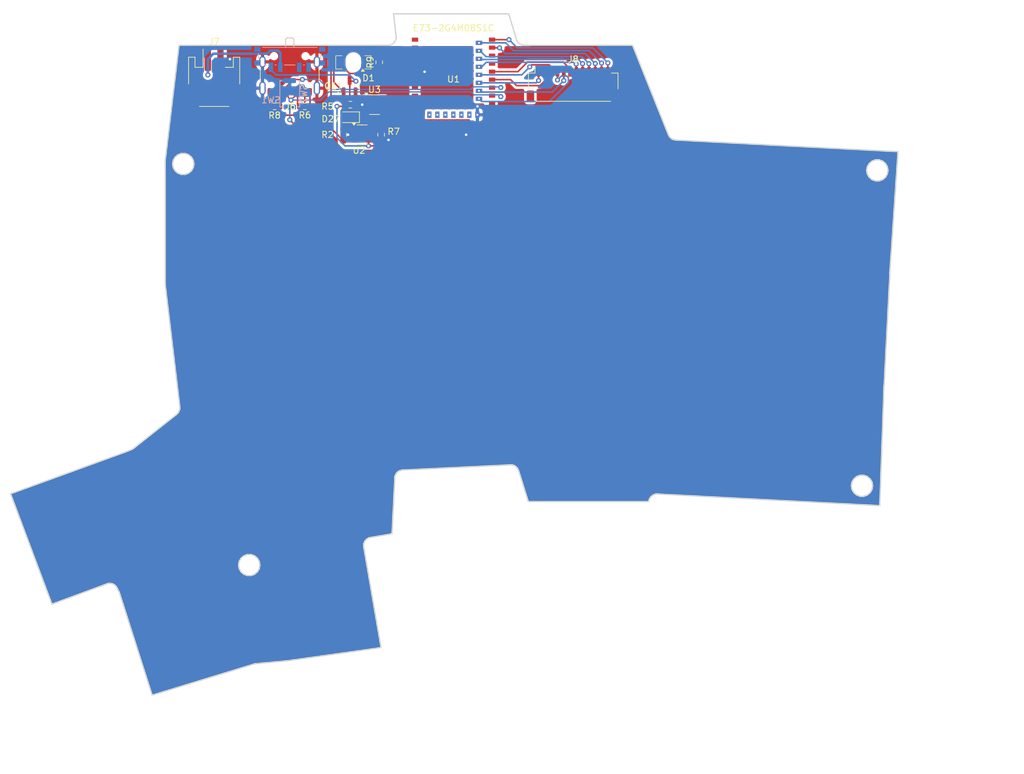
<source format=kicad_pcb>
(kicad_pcb (version 20240108) (generator "pcbnew") (generator_version "8.0")
  (layers (0 "F.Cu" signal) (31 "B.Cu" signal) (34 "B.Paste" user) (35 "F.Paste" user) (36 "B.SilkS" user "B.Silkscreen") (37 "F.SilkS" user "F.Silkscreen") (38 "B.Mask" user) (39 "F.Mask" user) (44 "Edge.Cuts" user))
  (net 0 "")
  (net 2 "Net-(J6-VBUS-PadA4)")
  (net 4 "/D+")
  (net 5 "/D-")
  (net 20 "VBUS")
  (net 21 "Net-(D27-K)")
  (net 22 "GND")
  (net 23 "CC2")
  (net 24 "CC1")
  (net 25 "VBAT")
  (net 26 "Net-(U2-PROG)")
  (net 27 "VDD")
  (net 29 "Net-(J7-Pin_1)")
  (net 30 "BLUE_LED")
  (net 31 "PROG")
  (net 32 "SWD")
  (net 33 "Net-(U1-P0.06)")
  (net 34 "POWER_PIN")
  (net 35 "SWC")
  (net 36 "Net-(U1-P0.26)")
  (net 37 "BATTERY_PIN")
  (net 38 "/P0.07")
  (net 39 "RESET")
  (net 40 "/P0.17")
  (net 41 "/P1.00")
  (net 42 "/P0.24")
  (net 43 "/P0.13")
  (net 44 "/P0.09")
  (net 45 "/P0.10")
  (net 46 "/P0.15")
  (net 47 "/P1.06")
  (net 48 "/P0.20")
  (net 49 "/P0.22")
  (net 50 "/P1.02")
  (net 51 "/P1.04")
  (net 52 "Net-(D1-K2)")
  (net 53 "Net-(D1-K1)")
  (net 54 "CHARGE_STATUS_LED")
  (footprint "Package_TO_SOT_SMD:SOT-23-5" (layer "F.Cu") (at 122.95 54.725)
    (property "Reference" "U3")
    (property "Value" "AP2112K-3.3")
  )
  (footprint "Resistor_SMD:R_0603_1608Metric" (layer "F.Cu") (at 123.7 48 90)
    (property "Reference" "R9")
    (property "Value" "1K")
  )
  (footprint "Package_TO_SOT_SMD:SOT-23" (layer "F.Cu") (at 119 51.7875 90)
    (property "Reference" "Q1")
    (property "Value" "AO3407")
  )
  (footprint "Connector_USB:USB_C_Receptacle_GCT_USB4105-xx-A_16P_TopMnt_Horizontal" (layer "F.Cu") (at 109.49 49 180)
    (property "Reference" "J6")
    (property "Value" "USB_C_Receptacle_USB2.0_16P")
  )
  (footprint "Package_TO_SOT_SMD:SOT-23-5" (layer "F.Cu") (at 121 59.5)
    (property "Reference" "U2")
    (property "Value" "TP4054")
  )
  (footprint "Diode_SMD:D_SOD-323F" (layer "F.Cu") (at 118.95 56.725 180)
    (property "Reference" "D27")
    (property "Value" "1N5819")
  )
  (footprint "nrfmicro:E73-2G4M08S1C-52840" (layer "F.Cu") (at 135.5 58.4295 90)
    (property "Reference" "U1")
    (property "Value" "E73-2G4M08S1C")
  )
  (footprint "Connector_JST:JST_PH_S2B-PH-SM4-TB_1x02-1MP_P2.00mm_Horizontal" (layer "F.Cu") (at 97.5 50.5)
    (property "Reference" "J7")
    (property "Value" "BATTERY")
  )
  (footprint "Resistor_SMD:R_0603_1608Metric" (layer "F.Cu") (at 119.125 54.725)
    (property "Reference" "R5")
    (property "Value" "100K")
  )
  (footprint "Connector_JST:JST_SH_SM12B-SRSS-TB_1x12-1MP_P1.00mm_Horizontal" (layer "F.Cu") (at 154.5 51.5)
    (property "Reference" "J8")
    (property "Value" "Conn_01x12_Pin")
  )
  (footprint "Resistor_SMD:R_0603_1608Metric" (layer "F.Cu") (at 111.89 55)
    (property "Reference" "R6")
    (property "Value" "5.1K")
  )
  (footprint "Resistor_SMD:R_0603_1608Metric_Pad0.98x0.95mm_HandSolder" (layer "F.Cu") (at 118 59.5 90)
    (property "Reference" "R2")
    (property "Value" "1k")
  )
  (footprint "LED_SMD:LED_LiteOn_LTST-C235KGKRKT" (layer "F.Cu") (at 119.6 48 180)
    (property "Reference" "D1")
    (property "Value" "LTST-C235KGKRKT")
  )
  (footprint "Resistor_SMD:R_0603_1608Metric" (layer "F.Cu") (at 124 59.5 -90)
    (property "Reference" "R7")
    (property "Value" "RPROG")
  )
  (footprint "Resistor_SMD:R_0603_1608Metric" (layer "F.Cu") (at 107.09 55 180)
    (property "Reference" "R8")
    (property "Value" "5.1K")
  )
  (footprint "Button_Switch_SMD:SW_Push_SPST_NO_Alps_SKRK" (layer "B.Cu") (at 109.5 53 90)
    (property "Reference" "SW2")
    (property "Value" "SW_Push")
  )
  (footprint "Button_Switch_SMD:SW_SP3T_PCM13" (layer "B.Cu") (at 109.5 47.35)
    (property "Reference" "SW1")
    (property "Value" "SW_SPDT")
  )
  (gr_line (start 167.2909 116.6858) (end 167.3084 116.6625) (stroke (width 0.2)) (layer "Edge.Cuts"))
  (gr_line (start 204.8734 79.59741) (end 204.8861 79.54177) (stroke (width 0.2)) (layer "Edge.Cuts"))
  (gr_line (start 203.0726 63.48989) (end 203.6275 63.69183) (stroke (width 0.2)) (layer "Edge.Cuts"))
  (gr_line (start 166.6187 117.3057) (end 166.7773 117.0557) (stroke (width 0.2)) (layer "Edge.Cuts"))
  (gr_line (start 204.3749 65.74551) (end 204.0797 66.25682) (stroke (width 0.2)) (layer "Edge.Cuts"))
  (gr_line (start 90.997 63.5639) (end 91.2922 63.0526) (stroke (width 0.2)) (layer "Edge.Cuts"))
  (gr_line (start 121.226 124.6098) (end 121.2453 124.4794) (stroke (width 0.2)) (layer "Edge.Cuts"))
  (gr_line (start 126.2484 44.6022) (end 126.0854 44.8455) (stroke (width 0.2)) (layer "Edge.Cuts"))
  (gr_line (start 91.8802 103.5191) (end 91.8855 103.5222) (stroke (width 0.2)) (layer "Edge.Cuts"))
  (gr_line (start 169.5924 59.4896) (end 169.6095 59.4811) (stroke (width 0.2)) (layer "Edge.Cuts"))
  (gr_line (start 167.1361 116.7635) (end 167.1326 116.7583) (stroke (width 0.2)) (layer "Edge.Cuts"))
  (gr_line (start 121.5673 123.8737) (end 121.6237 123.8154) (stroke (width 0.2)) (layer "Edge.Cuts"))
  (gr_line (start 170.5084 60.2326) (end 170.4767 60.3088) (stroke (width 0.2)) (layer "Edge.Cuts"))
  (gr_line (start 91.9209 45.2993) (end 89.7224 63.70347) (stroke (width 0.2)) (layer "Edge.Cuts"))
  (gr_line (start 91.7445 65.61758) (end 91.2922 65.23808) (stroke (width 0.2)) (layer "Edge.Cuts"))
  (gr_line (start 125.9822 40.2993) (end 126.3688 43.7821) (stroke (width 0.2)) (layer "Edge.Cuts"))
  (gr_line (start 204.3749 64.58264) (end 204.4774 65.16407) (stroke (width 0.2)) (layer "Edge.Cuts"))
  (gr_line (start 201.645 114.1724) (end 201.9402 114.6837) (stroke (width 0.2)) (layer "Edge.Cuts"))
  (gr_line (start 92.8897 62.4712) (end 93.4445 62.6731) (stroke (width 0.2)) (layer "Edge.Cuts"))
  (gr_line (start 126.7531 112.9644) (end 126.8792 112.8955) (stroke (width 0.2)) (layer "Edge.Cuts"))
  (gr_line (start 185.8823 61.1435) (end 170.6095 60.3391) (stroke (width 0.2)) (layer "Edge.Cuts"))
  (gr_line (start 167.5833 116.5811) (end 167.7179 116.5652) (stroke (width 0.2)) (layer "Edge.Cuts"))
  (gr_line (start 91.2922 65.23808) (end 90.997 64.72677) (stroke (width 0.2)) (layer "Edge.Cuts"))
  (gr_line (start 91.7445 62.6731) (end 92.2993 62.4712) (stroke (width 0.2)) (layer "Edge.Cuts"))
  (gr_line (start 102.2151 126.3847) (end 102.7699 126.1828) (stroke (width 0.2)) (layer "Edge.Cuts"))
  (gr_line (start 145.18472 112.0702) (end 145.38417 112.1977) (stroke (width 0.2)) (layer "Edge.Cuts"))
  (gr_line (start 126.8792 112.8955) (end 127.1313 112.8122) (stroke (width 0.2)) (layer "Edge.Cuts"))
  (gr_line (start 169.8108 59.8724) (end 169.7736 59.7871) (stroke (width 0.2)) (layer "Edge.Cuts"))
  (gr_line (start 90.8945 64.14534) (end 90.997 63.5639) (stroke (width 0.2)) (layer "Edge.Cuts"))
  (gr_line (start 127.344 112.7687) (end 144.4894 111.9397) (stroke (width 0.2)) (layer "Edge.Cuts"))
  (gr_line (start 145.85535 112.9114) (end 145.8633 112.9344) (stroke (width 0.2)) (layer "Edge.Cuts"))
  (gr_line (start 104.7651 127.857) (end 104.6626 128.4384) (stroke (width 0.2)) (layer "Edge.Cuts"))
  (gr_line (start 204.4774 65.16407) (end 204.3749 65.74551) (stroke (width 0.2)) (layer "Edge.Cuts"))
  (gr_line (start 170.1951 60.1737) (end 170.1298 60.1524) (stroke (width 0.2)) (layer "Edge.Cuts"))
  (gr_line (start 125.769 45.1183) (end 125.6778 45.1497) (stroke (width 0.2)) (layer "Edge.Cuts"))
  (gr_line (start 199.0405 116.3579) (end 198.7453 115.8466) (stroke (width 0.2)) (layer "Edge.Cuts"))
  (gr_line (start 126.2336 113.6211) (end 126.388 113.3291) (stroke (width 0.2)) (layer "Edge.Cuts"))
  (gr_line (start 126.302 44.4851) (end 126.1953 44.5666) (stroke (width 0.2)) (layer "Edge.Cuts"))
  (gr_line (start 126.1781 113.967) (end 126.1928 113.7695) (stroke (width 0.2)) (layer "Edge.Cuts"))
  (gr_line (start 145.71645 112.5821) (end 145.67604 112.6108) (stroke (width 0.2)) (layer "Edge.Cuts"))
  (gr_line (start 89.7224 83.19853) (end 92.0581 102.7517) (stroke (width 0.2)) (layer "Edge.Cuts"))
  (gr_line (start 104.3674 126.7642) (end 104.6626 127.2755) (stroke (width 0.2)) (layer "Edge.Cuts"))
  (gr_line (start 126.3701 43.7964) (end 126.3908 44.073) (stroke (width 0.2)) (layer "Edge.Cuts"))
  (gr_line (start 200.6379 116.9393) (end 200.0475 116.9393) (stroke (width 0.2)) (layer "Edge.Cuts"))
  (gr_line (start 127.1313 112.8122) (end 127.1697 112.8016) (stroke (width 0.2)) (layer "Edge.Cuts"))
  (gr_line (start 121.405 124.0937) (end 121.3983 124.0884) (stroke (width 0.2)) (layer "Edge.Cuts"))
  (gr_line (start 170.4767 60.3088) (end 170.2116 60.1984) (stroke (width 0.2)) (layer "Edge.Cuts"))
  (gr_line (start 204.8639 79.66323) (end 204.9219 79.60855) (stroke (width 0.2)) (layer "Edge.Cuts"))
  (gr_line (start 166.5741 117.4026) (end 166.5951 117.3871) (stroke (width 0.2)) (layer "Edge.Cuts"))
  (gr_line (start 126.388 113.3291) (end 126.4989 113.1864) (stroke (width 0.2)) (layer "Edge.Cuts"))
  (gr_line (start 93.8968 63.0526) (end 94.192 63.5639) (stroke (width 0.2)) (layer "Edge.Cuts"))
  (gr_line (start 170.1298 60.1524) (end 170.0677 60.1072) (stroke (width 0.2)) (layer "Edge.Cuts"))
  (gr_line (start 200.6379 113.591) (end 201.1927 113.7929) (stroke (width 0.2)) (layer "Edge.Cuts"))
  (gr_line (start 203.8394 99.3176) (end 203.8485 99.2483) (stroke (width 0.2)) (layer "Edge.Cuts"))
  (gr_line (start 103.3603 129.5312) (end 102.7699 129.5312) (stroke (width 0.2)) (layer "Edge.Cuts"))
  (gr_line (start 170.6095 60.3391) (end 170.5084 60.2326) (stroke (width 0.2)) (layer "Edge.Cuts"))
  (gr_line (start 169.7244 59.7565) (end 169.5924 59.4896) (stroke (width 0.2)) (layer "Edge.Cuts"))
  (gr_line (start 201.0775 65.16407) (end 201.18 64.58264) (stroke (width 0.2)) (layer "Edge.Cuts"))
  (gr_line (start 125.3857 45.2763) (end 125.2519 45.2993) (stroke (width 0.2)) (layer "Edge.Cuts"))
  (gr_line (start 199.4927 113.7929) (end 200.0475 113.591) (stroke (width 0.2)) (layer "Edge.Cuts"))
  (gr_line (start 204.7617 81.38954) (end 204.8639 79.66323) (stroke (width 0.2)) (layer "Edge.Cuts"))
  (gr_line (start 202.4823 66.83825) (end 201.9274 66.63632) (stroke (width 0.2)) (layer "Edge.Cuts"))
  (gr_line (start 206.055 62.1932) (end 189.6424 61.3402) (stroke (width 0.2)) (layer "Edge.Cuts"))
  (gr_line (start 122.0217 123.5508) (end 122.0309 123.5667) (stroke (width 0.2)) (layer "Edge.Cuts"))
  (gr_line (start 91.5188 103.9483) (end 84.7599 109.2916) (stroke (width 0.2)) (layer "Edge.Cuts"))
  (gr_line (start 203.7642 101.0401) (end 203.8394 99.3176) (stroke (width 0.2)) (layer "Edge.Cuts"))
  (gr_line (start 126.3688 43.7821) (end 126.3701 43.7964) (stroke (width 0.2)) (layer "Edge.Cuts"))
  (gr_line (start 201.9402 114.6837) (end 202.0427 115.2651) (stroke (width 0.2)) (layer "Edge.Cuts"))
  (gr_line (start 201.4752 66.25682) (end 201.18 65.74551) (stroke (width 0.2)) (layer "Edge.Cuts"))
  (gr_line (start 145.76512 44.8703) (end 145.74208 44.849) (stroke (width 0.2)) (layer "Edge.Cuts"))
  (gr_line (start 122.0309 123.5667) (end 122.1557 123.5021) (stroke (width 0.2)) (layer "Edge.Cuts"))
  (gr_line (start 127.1697 112.8016) (end 127.2763 112.7779) (stroke (width 0.2)) (layer "Edge.Cuts"))
  (gr_line (start 126.5604 113.1231) (end 126.7531 112.9644) (stroke (width 0.2)) (layer "Edge.Cuts"))
  (gr_line (start 121.2453 124.4794) (end 121.3326 124.2121) (stroke (width 0.2)) (layer "Edge.Cuts"))
  (gr_line (start 201.1927 113.7929) (end 201.645 114.1724) (stroke (width 0.2)) (layer "Edge.Cuts"))
  (gr_line (start 92.0137 103.2357) (end 91.9076 103.4789) (stroke (width 0.2)) (layer "Edge.Cuts"))
  (gr_line (start 184.8733 117.4688) (end 203.1623 118.4192) (stroke (width 0.2)) (layer "Edge.Cuts"))
  (gr_line (start 126.1928 113.7695) (end 126.2336 113.6211) (stroke (width 0.2)) (layer "Edge.Cuts"))
  (gr_line (start 125.9996 44.9377) (end 125.769 45.1183) (stroke (width 0.2)) (layer "Edge.Cuts"))
  (gr_line (start 80.6257 130.7862) (end 80.7622 130.762) (stroke (width 0.2)) (layer "Edge.Cuts"))
  (gr_line (start 104.3674 128.9497) (end 103.9151 129.3292) (stroke (width 0.2)) (layer "Edge.Cuts"))
  (gr_line (start 146.46332 45.2755) (end 146.19972 45.18) (stroke (width 0.2)) (layer "Edge.Cuts"))
  (gr_line (start 121.2291 124.8992) (end 121.2256 124.6098) (stroke (width 0.2)) (layer "Edge.Cuts"))
  (gr_line (start 167.1994 116.7136) (end 167.2909 116.6858) (stroke (width 0.2)) (layer "Edge.Cuts"))
  (gr_line (start 145.60762 112.4581) (end 145.64043 112.475) (stroke (width 0.2)) (layer "Edge.Cuts"))
  (gr_line (start 92.8897 65.81952) (end 92.2993 65.81952) (stroke (width 0.2)) (layer "Edge.Cuts"))
  (gr_line (start 147.3703 117.7683) (end 166.4618 117.7683) (stroke (width 0.2)) (layer "Edge.Cuts"))
  (gr_line (start 104.6626 127.2755) (end 104.7651 127.857) (stroke (width 0.2)) (layer "Edge.Cuts"))
  (gr_line (start 101.4676 127.2755) (end 101.7628 126.7642) (stroke (width 0.2)) (layer "Edge.Cuts"))
  (gr_line (start 167.1158 116.7702) (end 167.1361 116.7635) (stroke (width 0.2)) (layer "Edge.Cuts"))
  (gr_line (start 101.7628 128.9497) (end 101.4676 128.4384) (stroke (width 0.2)) (layer "Edge.Cuts"))
  (gr_line (start 145.6721 44.7546) (end 145.5341 44.4963) (stroke (width 0.2)) (layer "Edge.Cuts"))
  (gr_line (start 93.4445 65.61758) (end 92.8897 65.81952) (stroke (width 0.2)) (layer "Edge.Cuts"))
  (gr_line (start 145.47385 112.2761) (end 145.61948 112.4481) (stroke (width 0.2)) (layer "Edge.Cuts"))
  (gr_line (start 198.7453 115.8466) (end 198.6427 115.2651) (stroke (width 0.2)) (layer "Edge.Cuts"))
  (gr_line (start 169.5796 59.4609) (end 163.9146 45.2993) (stroke (width 0.2)) (layer "Edge.Cuts"))
  (gr_line (start 146.06213 45.112) (end 145.98821 45.0618) (stroke (width 0.2)) (layer "Edge.Cuts"))
  (gr_line (start 144.85364 111.9557) (end 145.08281 112.0236) (stroke (width 0.2)) (layer "Edge.Cuts"))
  (gr_line (start 145.74208 44.849) (end 145.6721 44.7546) (stroke (width 0.2)) (layer "Edge.Cuts"))
  (gr_line (start 94.192 63.5639) (end 94.2945 64.14534) (stroke (width 0.2)) (layer "Edge.Cuts"))
  (gr_line (start 204.8861 79.54177) (end 206.055 62.1932) (stroke (width 0.2)) (layer "Edge.Cuts"))
  (gr_line (start 201.9402 115.8466) (end 201.645 116.3579) (stroke (width 0.2)) (layer "Edge.Cuts"))
  (gr_line (start 103.9151 126.3847) (end 104.3674 126.7642) (stroke (width 0.2)) (layer "Edge.Cuts"))
  (gr_line (start 84.4809 109.4745) (end 83.8507 109.7468) (stroke (width 0.2)) (layer "Edge.Cuts"))
  (gr_line (start 145.38417 112.1977) (end 145.41121 112.2471) (stroke (width 0.2)) (layer "Edge.Cuts"))
  (gr_line (start 202.0427 115.2651) (end 201.9402 115.8466) (stroke (width 0.2)) (layer "Edge.Cuts"))
  (gr_line (start 84.7599 109.2916) (end 84.7586 109.2899) (stroke (width 0.2)) (layer "Edge.Cuts"))
  (gr_line (start 91.2922 63.0526) (end 91.7445 62.6731) (stroke (width 0.2)) (layer "Edge.Cuts"))
  (gr_line (start 144.50871 111.9392) (end 144.74001 111.9392) (stroke (width 0.2)) (layer "Edge.Cuts"))
  (gr_line (start 121.7227 123.7318) (end 121.7247 123.7341) (stroke (width 0.2)) (layer "Edge.Cuts"))
  (gr_line (start 92.2993 65.81952) (end 91.7445 65.61758) (stroke (width 0.2)) (layer "Edge.Cuts"))
  (gr_line (start 103.9072 143.5565) (end 103.9874 143.5407) (stroke (width 0.2)) (layer "Edge.Cuts"))
  (gr_line (start 121.6237 123.8154) (end 121.7227 123.7318) (stroke (width 0.2)) (layer "Edge.Cuts"))
  (gr_line (start 145.98821 45.0618) (end 145.76512 44.8703) (stroke (width 0.2)) (layer "Edge.Cuts"))
  (gr_line (start 203.1623 118.4192) (end 203.7739 101.1638) (stroke (width 0.2)) (layer "Edge.Cuts"))
  (gr_line (start 93.8968 65.23808) (end 93.4445 65.61758) (stroke (width 0.2)) (layer "Edge.Cuts"))
  (gr_line (start 101.4676 128.4384) (end 101.3651 127.857) (stroke (width 0.2)) (layer "Edge.Cuts"))
  (gr_line (start 201.18 65.74551) (end 201.0775 65.16407) (stroke (width 0.2)) (layer "Edge.Cuts"))
  (gr_line (start 80.3316 130.8933) (end 80.6257 130.7862) (stroke (width 0.2)) (layer "Edge.Cuts"))
  (gr_line (start 91.9076 103.4789) (end 91.8802 103.5191) (stroke (width 0.2)) (layer "Edge.Cuts"))
  (gr_line (start 203.8587 99.2022) (end 204.7691 81.50654) (stroke (width 0.2)) (layer "Edge.Cuts"))
  (gr_line (start 81.6241 130.9587) (end 81.8647 131.1576) (stroke (width 0.2)) (layer "Edge.Cuts"))
  (gr_line (start 146.15144 45.1495) (end 146.14746 45.1571) (stroke (width 0.2)) (layer "Edge.Cuts"))
  (gr_line (start 203.6275 66.63632) (end 203.0726 66.83825) (stroke (width 0.2)) (layer "Edge.Cuts"))
  (gr_line (start 121.3326 124.2121) (end 121.405 124.0937) (stroke (width 0.2)) (layer "Edge.Cuts"))
  (gr_line (start 146.14746 45.1571) (end 146.06213 45.112) (stroke (width 0.2)) (layer "Edge.Cuts"))
  (gr_line (start 121.2349 124.9622) (end 121.2291 124.8992) (stroke (width 0.2)) (layer "Edge.Cuts"))
  (gr_line (start 81.2101 130.785) (end 81.42 130.86) (stroke (width 0.2)) (layer "Edge.Cuts"))
  (gr_line (start 93.4445 62.6731) (end 93.8968 63.0526) (stroke (width 0.2)) (layer "Edge.Cuts"))
  (gr_line (start 82.1261 131.5556) (end 82.4366 132.1782) (stroke (width 0.2)) (layer "Edge.Cuts"))
  (gr_line (start 91.8855 103.5222) (end 91.8127 103.6455) (stroke (width 0.2)) (layer "Edge.Cuts"))
  (gr_line (start 125.7322 122.8902) (end 126.1781 113.967) (stroke (width 0.2)) (layer "Edge.Cuts"))
  (gr_line (start 201.9274 63.69183) (end 202.4823 63.48989) (stroke (width 0.2)) (layer "Edge.Cuts"))
  (gr_line (start 170.0677 60.1072) (end 170.0311 60.077) (stroke (width 0.2)) (layer "Edge.Cuts"))
  (gr_line (start 121.7247 123.7341) (end 121.7785 123.6926) (stroke (width 0.2)) (layer "Edge.Cuts"))
  (gr_line (start 204.7691 81.50654) (end 204.7636 81.45893) (stroke (width 0.2)) (layer "Edge.Cuts"))
  (gr_line (start 203.0726 66.83825) (end 202.4823 66.83825) (stroke (width 0.2)) (layer "Edge.Cuts"))
  (gr_line (start 121.3983 124.0884) (end 121.5673 123.8737) (stroke (width 0.2)) (layer "Edge.Cuts"))
  (gr_line (start 145.54439 44.4908) (end 145.50357 44.4226) (stroke (width 0.2)) (layer "Edge.Cuts"))
  (gr_line (start 166.8758 116.9494) (end 167.1158 116.7702) (stroke (width 0.2)) (layer "Edge.Cuts"))
  (gr_line (start 81.0751 130.7615) (end 81.2101 130.785) (stroke (width 0.2)) (layer "Edge.Cuts"))
  (gr_line (start 81.9545 131.2627) (end 82.1127 131.5309) (stroke (width 0.2)) (layer "Edge.Cuts"))
  (gr_line (start 103.9151 129.3292) (end 103.3603 129.5312) (stroke (width 0.2)) (layer "Edge.Cuts"))
  (gr_line (start 200.0475 113.591) (end 200.6379 113.591) (stroke (width 0.2)) (layer "Edge.Cuts"))
  (gr_line (start 125.6778 45.1497) (end 125.6562 45.1803) (stroke (width 0.2)) (layer "Edge.Cuts"))
  (gr_line (start 126.3777 44.2085) (end 126.302 44.4851) (stroke (width 0.2)) (layer "Edge.Cuts"))
  (gr_line (start 123.9879 140.9741) (end 121.2349 124.9622) (stroke (width 0.2)) (layer "Edge.Cuts"))
  (gr_line (start 204.7636 81.45893) (end 204.7617 81.38954) (stroke (width 0.2)) (layer "Edge.Cuts"))
  (gr_line (start 91.7471 103.729) (end 91.5497 103.9212) (stroke (width 0.2)) (layer "Edge.Cuts"))
  (gr_line (start 145.67604 112.6108) (end 145.76424 112.6716) (stroke (width 0.2)) (layer "Edge.Cuts"))
  (gr_line (start 201.1927 116.7374) (end 200.6379 116.9393) (stroke (width 0.2)) (layer "Edge.Cuts"))
  (gr_line (start 94.192 64.72677) (end 93.8968 65.23808) (stroke (width 0.2)) (layer "Edge.Cuts"))
  (gr_line (start 167.3084 116.6625) (end 167.5833 116.5811) (stroke (width 0.2)) (layer "Edge.Cuts"))
  (gr_line (start 166.7773 117.0557) (end 166.8758 116.9494) (stroke (width 0.2)) (layer "Edge.Cuts"))
  (gr_line (start 104.6626 128.4384) (end 104.3674 128.9497) (stroke (width 0.2)) (layer "Edge.Cuts"))
  (gr_line (start 81.42 130.86) (end 81.6241 130.9587) (stroke (width 0.2)) (layer "Edge.Cuts"))
  (gr_line (start 101.7628 126.7642) (end 102.2151 126.3847) (stroke (width 0.2)) (layer "Edge.Cuts"))
  (gr_line (start 109.0545 143.0728) (end 123.9879 140.9741) (stroke (width 0.2)) (layer "Edge.Cuts"))
  (gr_line (start 146.59949 45.2993) (end 146.46332 45.2755) (stroke (width 0.2)) (layer "Edge.Cuts"))
  (gr_line (start 145.76424 112.6716) (end 145.85535 112.9114) (stroke (width 0.2)) (layer "Edge.Cuts"))
  (gr_line (start 103.9874 143.5407) (end 109.0545 143.0728) (stroke (width 0.2)) (layer "Edge.Cuts"))
  (gr_line (start 126.1953 44.5666) (end 126.2484 44.6022) (stroke (width 0.2)) (layer "Edge.Cuts"))
  (gr_line (start 168.009 116.5805) (end 184.8733 117.4688) (stroke (width 0.2)) (layer "Edge.Cuts"))
  (gr_line (start 125.974 44.9049) (end 125.9996 44.9377) (stroke (width 0.2)) (layer "Edge.Cuts"))
  (gr_line (start 92.0581 102.7517) (end 92.0605 102.8192) (stroke (width 0.2)) (layer "Edge.Cuts"))
  (gr_line (start 125.6562 45.1803) (end 125.3857 45.2763) (stroke (width 0.2)) (layer "Edge.Cuts"))
  (gr_line (start 189.6345 61.3412) (end 185.8861 61.1451) (stroke (width 0.2)) (layer "Edge.Cuts"))
  (gr_line (start 101.3651 127.857) (end 101.4676 127.2755) (stroke (width 0.2)) (layer "Edge.Cuts"))
  (gr_line (start 126.0854 44.8455) (end 125.974 44.9049) (stroke (width 0.2)) (layer "Edge.Cuts"))
  (gr_line (start 89.7224 63.70347) (end 89.7224 83.19853) (stroke (width 0.2)) (layer "Edge.Cuts"))
  (gr_line (start 81.8647 131.1576) (end 81.9545 131.2627) (stroke (width 0.2)) (layer "Edge.Cuts"))
  (gr_line (start 170.2116 60.1984) (end 170.1951 60.1737) (stroke (width 0.2)) (layer "Edge.Cuts"))
  (gr_line (start 91.8127 103.6455) (end 91.751 103.7252) (stroke (width 0.2)) (layer "Edge.Cuts"))
  (gr_line (start 201.9274 66.63632) (end 201.4752 66.25682) (stroke (width 0.2)) (layer "Edge.Cuts"))
  (gr_line (start 203.8485 99.2483) (end 203.8587 99.2022) (stroke (width 0.2)) (layer "Edge.Cuts"))
  (gr_line (start 126.3908 44.073) (end 126.3777 44.2085) (stroke (width 0.2)) (layer "Edge.Cuts"))
  (gr_line (start 145.8633 112.9344) (end 147.3703 117.7683) (stroke (width 0.2)) (layer "Edge.Cuts"))
  (gr_line (start 144.74001 111.9392) (end 144.85364 111.9557) (stroke (width 0.2)) (layer "Edge.Cuts"))
  (gr_line (start 126.4989 113.1864) (end 126.5604 113.1231) (stroke (width 0.2)) (layer "Edge.Cuts"))
  (gr_line (start 169.7736 59.7871) (end 169.7244 59.7565) (stroke (width 0.2)) (layer "Edge.Cuts"))
  (gr_line (start 145.5341 44.4963) (end 145.54439 44.4908) (stroke (width 0.2)) (layer "Edge.Cuts"))
  (gr_line (start 82.4597 132.2351) (end 87.657 148.5247) (stroke (width 0.2)) (layer "Edge.Cuts"))
  (gr_line (start 199.0405 114.1724) (end 199.4927 113.7929) (stroke (width 0.2)) (layer "Edge.Cuts"))
  (gr_line (start 84.7301 109.313) (end 84.4809 109.4745) (stroke (width 0.2)) (layer "Edge.Cuts"))
  (gr_line (start 185.8824 61.1411) (end 185.8823 61.1435) (stroke (width 0.2)) (layer "Edge.Cuts"))
  (gr_line (start 122.1557 123.5021) (end 125.7322 122.8902) (stroke (width 0.2)) (layer "Edge.Cuts"))
  (gr_line (start 203.7668 101.1065) (end 203.7638 101.0576) (stroke (width 0.2)) (layer "Edge.Cuts"))
  (gr_line (start 92.0605 102.8192) (end 92.0466 103.0958) (stroke (width 0.2)) (layer "Edge.Cuts"))
  (gr_line (start 166.4618 117.7683) (end 166.5741 117.4026) (stroke (width 0.2)) (layer "Edge.Cuts"))
  (gr_line (start 121.7785 123.6926) (end 122.0217 123.5508) (stroke (width 0.2)) (layer "Edge.Cuts"))
  (gr_line (start 201.18 64.58264) (end 201.4752 64.07133) (stroke (width 0.2)) (layer "Edge.Cuts"))
  (gr_line (start 102.7699 126.1828) (end 103.3603 126.1828) (stroke (width 0.2)) (layer "Edge.Cuts"))
  (gr_line (start 127.2763 112.7779) (end 127.344 112.7687) (stroke (width 0.2)) (layer "Edge.Cuts"))
  (gr_line (start 146.19972 45.18) (end 146.15144 45.1495) (stroke (width 0.2)) (layer "Edge.Cuts"))
  (gr_line (start 83.85 109.747) (end 65.1853 116.5404) (stroke (width 0.2)) (layer "Edge.Cuts"))
  (gr_line (start 145.41121 112.2471) (end 145.47385 112.2761) (stroke (width 0.2)) (layer "Edge.Cuts"))
  (gr_line (start 203.7739 101.1638) (end 203.7668 101.1065) (stroke (width 0.2)) (layer "Edge.Cuts"))
  (gr_line (start 144.26205 40.2993) (end 125.9822 40.2993) (stroke (width 0.2)) (layer "Edge.Cuts"))
  (gr_line (start 94.2945 64.14534) (end 94.192 64.72677) (stroke (width 0.2)) (layer "Edge.Cuts"))
  (gr_line (start 71.7465 134.066) (end 80.3316 130.8933) (stroke (width 0.2)) (layer "Edge.Cuts"))
  (gr_line (start 166.5951 117.3871) (end 166.6187 117.3057) (stroke (width 0.2)) (layer "Edge.Cuts"))
  (gr_line (start 202.4823 63.48989) (end 203.0726 63.48989) (stroke (width 0.2)) (layer "Edge.Cuts"))
  (gr_line (start 90.997 64.72677) (end 90.8945 64.14534) (stroke (width 0.2)) (layer "Edge.Cuts"))
  (gr_line (start 92.0466 103.0958) (end 91.9892 103.225) (stroke (width 0.2)) (layer "Edge.Cuts"))
  (gr_line (start 170.0311 60.077) (end 169.8108 59.8724) (stroke (width 0.2)) (layer "Edge.Cuts"))
  (gr_line (start 198.7453 114.6837) (end 199.0405 114.1724) (stroke (width 0.2)) (layer "Edge.Cuts"))
  (gr_line (start 145.08281 112.0236) (end 145.18472 112.0702) (stroke (width 0.2)) (layer "Edge.Cuts"))
  (gr_line (start 125.2519 45.2993) (end 91.9209 45.2993) (stroke (width 0.2)) (layer "Edge.Cuts"))
  (gr_line (start 144.4894 111.9397) (end 144.50871 111.9392) (stroke (width 0.2)) (layer "Edge.Cuts"))
  (gr_line (start 82.1127 131.5309) (end 82.118 131.5506) (stroke (width 0.2)) (layer "Edge.Cuts"))
  (gr_line (start 91.5497 103.9212) (end 91.5188 103.9483) (stroke (width 0.2)) (layer "Edge.Cuts"))
  (gr_line (start 204.9219 79.60855) (end 204.8734 79.59741) (stroke (width 0.2)) (layer "Edge.Cuts"))
  (gr_line (start 189.6424 61.3402) (end 189.6345 61.3412) (stroke (width 0.2)) (layer "Edge.Cuts"))
  (gr_line (start 91.751 103.7252) (end 91.7471 103.729) (stroke (width 0.2)) (layer "Edge.Cuts"))
  (gr_line (start 199.4927 116.7374) (end 199.0405 116.3579) (stroke (width 0.2)) (layer "Edge.Cuts"))
  (gr_line (start 145.61948 112.4481) (end 145.60762 112.4581) (stroke (width 0.2)) (layer "Edge.Cuts"))
  (gr_line (start 84.7586 109.2899) (end 84.7301 109.313) (stroke (width 0.2)) (layer "Edge.Cuts"))
  (gr_line (start 92.2993 62.4712) (end 92.8897 62.4712) (stroke (width 0.2)) (layer "Edge.Cuts"))
  (gr_line (start 145.64043 112.475) (end 145.71645 112.5821) (stroke (width 0.2)) (layer "Edge.Cuts"))
  (gr_line (start 87.657 148.5247) (end 103.9072 143.5565) (stroke (width 0.2)) (layer "Edge.Cuts"))
  (gr_line (start 145.50357 44.4226) (end 144.26205 40.2993) (stroke (width 0.2)) (layer "Edge.Cuts"))
  (gr_line (start 80.7622 130.762) (end 81.0751 130.7615) (stroke (width 0.2)) (layer "Edge.Cuts"))
  (gr_line (start 82.118 131.5506) (end 82.1261 131.5556) (stroke (width 0.2)) (layer "Edge.Cuts"))
  (gr_line (start 198.6427 115.2651) (end 198.7453 114.6837) (stroke (width 0.2)) (layer "Edge.Cuts"))
  (gr_line (start 102.2151 129.3292) (end 101.7628 128.9497) (stroke (width 0.2)) (layer "Edge.Cuts"))
  (gr_line (start 185.8861 61.1451) (end 185.8824 61.1411) (stroke (width 0.2)) (layer "Edge.Cuts"))
  (gr_line (start 102.7699 129.5312) (end 102.2151 129.3292) (stroke (width 0.2)) (layer "Edge.Cuts"))
  (gr_line (start 204.0797 64.07133) (end 204.3749 64.58264) (stroke (width 0.2)) (layer "Edge.Cuts"))
  (gr_line (start 82.4366 132.1782) (end 82.4597 132.2351) (stroke (width 0.2)) (layer "Edge.Cuts"))
  (gr_line (start 65.1853 116.5404) (end 71.7465 134.066) (stroke (width 0.2)) (layer "Edge.Cuts"))
  (gr_line (start 91.9892 103.225) (end 92.0137 103.2357) (stroke (width 0.2)) (layer "Edge.Cuts"))
  (gr_line (start 201.645 116.3579) (end 201.1927 116.7374) (stroke (width 0.2)) (layer "Edge.Cuts"))
  (gr_line (start 200.0475 116.9393) (end 199.4927 116.7374) (stroke (width 0.2)) (layer "Edge.Cuts"))
  (gr_line (start 167.1326 116.7583) (end 167.1994 116.7136) (stroke (width 0.2)) (layer "Edge.Cuts"))
  (gr_line (start 203.7638 101.0576) (end 203.7642 101.0401) (stroke (width 0.2)) (layer "Edge.Cuts"))
  (gr_line (start 204.0797 66.25682) (end 203.6275 66.63632) (stroke (width 0.2)) (layer "Edge.Cuts"))
  (gr_line (start 103.3603 126.1828) (end 103.9151 126.3847) (stroke (width 0.2)) (layer "Edge.Cuts"))
  (gr_line (start 203.6275 63.69183) (end 204.0797 64.07133) (stroke (width 0.2)) (layer "Edge.Cuts"))
  (gr_line (start 169.6095 59.4811) (end 169.5796 59.4609) (stroke (width 0.2)) (layer "Edge.Cuts"))
  (gr_line (start 201.4752 64.07133) (end 201.9274 63.69183) (stroke (width 0.2)) (layer "Edge.Cuts"))
  (gr_line (start 167.7179 116.5652) (end 168.0073 116.5804) (stroke (width 0.2)) (layer "Edge.Cuts"))
  (gr_line (start 163.9146 45.2993) (end 146.59949 45.2993) (stroke (width 0.2)) (layer "Edge.Cuts"))
  (segment (start 111.89 55.6) (end 111.09 56.4) (width 0.25) (layer "F.Cu") (net 2))
  (segment (start 111.89 52.68) (end 111.89 55.6) (width 0.25) (layer "F.Cu") (net 2))
  (segment (start 107.09 55.6) (end 107.09 52.68) (width 0.25) (layer "F.Cu") (net 2))
  (segment (start 111.09 56.4) (end 107.89 56.4) (width 0.25) (layer "F.Cu") (net 2))
  (segment (start 107.89 56.4) (end 107.09 55.6) (width 0.25) (layer "F.Cu") (net 2))
  (segment (start 108.74 52.68) (end 108.74 52.07259) (width 0.2) (layer "F.Cu") (net 4))
  (segment (start 110.08759 50.725) (end 111.5 50.725) (width 0.2) (layer "F.Cu") (net 4))
  (segment (start 109.74 52.07259) (end 109.323705 51.656295) (width 0.2) (layer "F.Cu") (net 4))
  (segment (start 109.74 52.68) (end 109.74 52.07259) (width 0.2) (layer "F.Cu") (net 4))
  (segment (start 108.74 52.07259) (end 109.156295 51.656295) (width 0.2) (layer "F.Cu") (net 4))
  (segment (start 109.323705 51.656295) (end 109.156295 51.656295) (width 0.2) (layer "F.Cu") (net 4))
  (segment (start 109.156295 51.656295) (end 110.08759 50.725) (width 0.2) (layer "F.Cu") (net 4))
  (via (at 111.5 50.725) (size 0.8) (drill 0.4) (layers "F.Cu" "B.Cu") (net 4))
  (via (at 143 52) (size 0.8) (drill 0.4) (layers "F.Cu" "B.Cu") (net 4))
  (segment (start 138.2 52.3) (end 138.5975 51.9025) (width 0.2) (layer "B.Cu") (net 4))
  (segment (start 138.5975 51.9025) (end 142.9025 51.9025) (width 0.2) (layer "B.Cu") (net 4))
  (segment (start 111.5 50.725) (end 114.125 50.725) (width 0.2) (layer "B.Cu") (net 4))
  (segment (start 114.125 50.725) (end 115.7 52.3) (width 0.2) (layer "B.Cu") (net 4))
  (segment (start 115.7 52.3) (end 138.2 52.3) (width 0.2) (layer "B.Cu") (net 4))
  (segment (start 142.9025 51.9025) (end 143 52) (width 0.2) (layer "B.Cu") (net 4))
  (segment (start 109.69 54) (end 110.24 53.45) (width 0.2) (layer "F.Cu") (net 5))
  (segment (start 109.69 54) (end 109.24 53.55) (width 0.2) (layer "F.Cu") (net 5))
  (segment (start 110.24 53.45) (end 110.24 52.68) (width 0.2) (layer "F.Cu") (net 5))
  (segment (start 109.24 53.55) (end 109.24 52.68) (width 0.2) (layer "F.Cu") (net 5))
  (via (at 143 53.45) (size 0.8) (drill 0.4) (layers "F.Cu" "B.Cu") (net 5))
  (via (at 109.69 54) (size 0.8) (drill 0.4) (layers "F.Cu" "B.Cu") (net 5))
  (segment (start 143 53.45) (end 142.7225 53.1725) (width 0.2) (layer "B.Cu") (net 5))
  (segment (start 138.761 53.1725) (end 138.2885 52.7) (width 0.2) (layer "B.Cu") (net 5))
  (segment (start 138.2885 52.7) (end 115.687046 52.7) (width 0.2) (layer "B.Cu") (net 5))
  (segment (start 142.7225 53.1725) (end 138.761 53.1725) (width 0.2) (layer "B.Cu") (net 5))
  (segment (start 115.687046 52.7) (end 114.387046 54) (width 0.2) (layer "B.Cu") (net 5))
  (segment (start 114.387046 54) (end 109.69 54) (width 0.2) (layer "B.Cu") (net 5))
  (segment (start 117 47.5) (end 116.5 48) (width 0.25) (layer "F.Cu") (net 20))
  (segment (start 122 60.5875) (end 122.1375 60.45) (width 0.25) (layer "F.Cu") (net 20))
  (segment (start 140.57 55.4335) (end 141.444 54.5595) (width 0.25) (layer "F.Cu") (net 20))
  (segment (start 118.05 52.725) (end 118.05 54.475) (width 0.25) (layer "F.Cu") (net 20))
  (segment (start 140.57 58.793604) (end 140.57 55.4335) (width 0.25) (layer "F.Cu") (net 20))
  (segment (start 138.088604 61.275) (end 140.57 58.793604) (width 0.25) (layer "F.Cu") (net 20))
  (segment (start 122 61.275) (end 138.088604 61.275) (width 0.25) (layer "F.Cu") (net 20))
  (segment (start 116.5 51.175) (end 118.05 52.725) (width 0.25) (layer "F.Cu") (net 20))
  (segment (start 118.025 55) (end 118.3 54.725) (width 0.25) (layer "F.Cu") (net 20))
  (segment (start 117.7 47.5) (end 117 47.5) (width 0.25) (layer "F.Cu") (net 20))
  (segment (start 117 55) (end 118.025 55) (width 0.25) (layer "F.Cu") (net 20))
  (segment (start 141.444 54.5595) (end 141.619 54.5595) (width 0.25) (layer "F.Cu") (net 20))
  (segment (start 122 61.275) (end 122 60.5875) (width 0.25) (layer "F.Cu") (net 20))
  (segment (start 118.3 56.275) (end 117.85 56.725) (width 0.25) (layer "F.Cu") (net 20))
  (segment (start 118.3 54.725) (end 118.3 56.275) (width 0.25) (layer "F.Cu") (net 20))
  (segment (start 116.5 48) (end 116.5 51.175) (width 0.25) (layer "F.Cu") (net 20))
  (segment (start 118.05 54.475) (end 118.3 54.725) (width 0.25) (layer "F.Cu") (net 20))
  (via (at 117 55) (size 0.8) (drill 0.4) (layers "F.Cu" "B.Cu") (net 20))
  (via (at 122 61.275) (size 0.8) (drill 0.4) (layers "F.Cu" "B.Cu") (net 20))
  (segment (start 117 55) (end 117 60) (width 0.25) (layer "B.Cu") (net 20))
  (segment (start 118.275 61.275) (end 122 61.275) (width 0.25) (layer "B.Cu") (net 20))
  (segment (start 117 60) (end 118.275 61.275) (width 0.25) (layer "B.Cu") (net 20))
  (segment (start 119.95 52.725) (end 119.95 53.225) (width 0.25) (layer "F.Cu") (net 21))
  (segment (start 120.5 53.775) (end 121.8125 53.775) (width 0.25) (layer "F.Cu") (net 21))
  (segment (start 119.95 53.225) (end 120.5 53.775) (width 0.25) (layer "F.Cu") (net 21))
  (segment (start 122.5 53.775) (end 121.8125 53.775) (width 0.25) (layer "F.Cu") (net 21))
  (segment (start 120.05 56.125) (end 120.05 56.725) (width 0.25) (layer "F.Cu") (net 21))
  (segment (start 122.95 54.225) (end 122.5 53.775) (width 0.25) (layer "F.Cu") (net 21))
  (segment (start 121.8125 55.675) (end 122.474999 55.675) (width 0.25) (layer "F.Cu") (net 21))
  (segment (start 122.95 55.199999) (end 122.95 54.225) (width 0.25) (layer "F.Cu") (net 21))
  (segment (start 120.5 55.675) (end 120.05 56.125) (width 0.25) (layer "F.Cu") (net 21))
  (segment (start 121.8125 55.675) (end 120.5 55.675) (width 0.25) (layer "F.Cu") (net 21))
  (segment (start 122.474999 55.675) (end 122.95 55.199999) (width 0.25) (layer "F.Cu") (net 21))
  (segment (start 106.265 55) (end 106.265 52.705) (width 0.25) (layer "F.Cu") (net 22))
  (segment (start 112.715 55) (end 112.715 52.705) (width 0.25) (layer "F.Cu") (net 22))
  (segment (start 112.715 52.705) (end 112.69 52.68) (width 0.25) (layer "F.Cu") (net 22))
  (segment (start 119.95 54.725) (end 121 54.725) (width 0.25) (layer "F.Cu") (net 22))
  (segment (start 106.265 52.705) (end 106.29 52.68) (width 0.25) (layer "F.Cu") (net 22))
  (segment (start 125.175 60.325) (end 124 60.325) (width 0.25) (layer "F.Cu") (net 22))
  (segment (start 121 54.725) (end 121.8125 54.725) (width 0.25) (layer "F.Cu") (net 22))
  (segment (start 118.753188 59.5) (end 118.753187 59.499999) (width 0.25) (layer "F.Cu") (net 22))
  (segment (start 99.85 47.65) (end 100 47.5) (width 0.25) (layer "F.Cu") (net 22))
  (segment (start 119.8625 59.5) (end 118.753188 59.5) (width 0.25) (layer "F.Cu") (net 22))
  (segment (start 137.38 58.0485) (end 137.38 59.38) (width 0.25) (layer "F.Cu") (net 22))
  (segment (start 137.38 59.38) (end 137.5 59.5) (width 0.25) (layer "F.Cu") (net 22))
  (via (at 125.175 60.325) (size 0.8) (drill 0.4) (layers "F.Cu" "B.Cu") (net 22))
  (via (at 130.9 49.5) (size 0.8) (drill 0.4) (layers "F.Cu" "B.Cu") (net 22))
  (via (at 137.5 59.5) (size 0.8) (drill 0.4) (layers "F.Cu" "B.Cu") (net 22))
  (via (at 118.753187 59.499999) (size 0.8) (drill 0.4) (layers "F.Cu" "B.Cu") (net 22))
  (via (at 100 47.5) (size 0.8) (drill 0.4) (layers "F.Cu" "B.Cu") (net 22))
  (via (at 139.3 55) (size 0.8) (drill 0.4) (layers "F.Cu" "B.Cu") (net 22))
  (via (at 121 54.725) (size 0.8) (drill 0.4) (layers "F.Cu" "B.Cu") (net 22))
  (segment (start 107.915 55) (end 107.74 54.825) (width 0.25) (layer "F.Cu") (net 23))
  (segment (start 107.74 54.825) (end 107.74 52.68) (width 0.25) (layer "F.Cu") (net 23))
  (segment (start 111.065 55) (end 110.74 54.675) (width 0.25) (layer "F.Cu") (net 24))
  (segment (start 110.74 54.675) (end 110.74 52.68) (width 0.25) (layer "F.Cu") (net 24))
  (segment (start 119.5 57.5) (end 120.575454 57.5) (width 0.25) (layer "F.Cu") (net 25))
  (segment (start 119 50.85) (end 119.025 50.875) (width 0.25) (layer "F.Cu") (net 25))
  (segment (start 119.025 57.025) (end 119.5 57.5) (width 0.25) (layer "F.Cu") (net 25))
  (segment (start 120.575454 57.5) (end 121 57.924546) (width 0.25) (layer "F.Cu") (net 25))
  (segment (start 121 59.974999) (end 120.524999 60.45) (width 0.25) (layer "F.Cu") (net 25))
  (segment (start 119.025 50.875) (end 119.025 57.025) (width 0.25) (layer "F.Cu") (net 25))
  (segment (start 121 57.924546) (end 121 59.974999) (width 0.25) (layer "F.Cu") (net 25))
  (segment (start 120 51) (end 119.15 51) (width 0.25) (layer "F.Cu") (net 25))
  (segment (start 119.15 51) (end 119 50.85) (width 0.25) (layer "F.Cu") (net 25))
  (segment (start 120.524999 60.45) (end 119.8625 60.45) (width 0.25) (layer "F.Cu") (net 25))
  (via (at 120 51) (size 0.8) (drill 0.4) (layers "F.Cu" "B.Cu") (net 25))
  (segment (start 120 51) (end 119 50) (width 0.25) (layer "B.Cu") (net 25))
  (segment (start 119 50) (end 107.32 50) (width 0.25) (layer "B.Cu") (net 25))
  (segment (start 106.5 49.18) (end 106.5 48.78) (width 0.25) (layer "B.Cu") (net 25))
  (segment (start 107.32 50) (end 106.5 49.18) (width 0.25) (layer "B.Cu") (net 25))
  (segment (start 123.875 58.55) (end 124 58.675) (width 0.25) (layer "F.Cu") (net 26))
  (segment (start 122.1375 58.55) (end 123.875 58.55) (width 0.25) (layer "F.Cu") (net 26))
  (segment (start 136.1 57.1625) (end 137.969 57.1625) (width 0.25) (layer "F.Cu") (net 27))
  (segment (start 136.11 57.1725) (end 136.1 57.1625) (width 0.25) (layer "F.Cu") (net 27))
  (segment (start 124.0875 53.775) (end 127.475 57.1625) (width 0.25) (layer "F.Cu") (net 27))
  (segment (start 127.475 57.1625) (end 136.1 57.1625) (width 0.25) (layer "F.Cu") (net 27))
  (segment (start 136.11 58.0485) (end 136.11 57.1725) (width 0.25) (layer "F.Cu") (net 27))
  (segment (start 138.65 57.8435) (end 138.65 58.0485) (width 0.25) (layer "F.Cu") (net 27))
  (segment (start 137.969 57.1625) (end 138.65 57.8435) (width 0.25) (layer "F.Cu") (net 27))
  (segment (start 96.5 47.65) (end 96.5 50) (width 0.25) (layer "F.Cu") (net 29))
  (via (at 96.5 50) (size 0.8) (drill 0.4) (layers "F.Cu" "B.Cu") (net 29))
  (segment (start 107.626874 46.126874) (end 108 46.5) (width 0.4) (layer "B.Cu") (net 29))
  (segment (start 108 46.5) (end 108 48.78) (width 0.4) (layer "B.Cu") (net 29))
  (segment (start 96.5 50) (end 96.5 47.5) (width 0.4) (layer "B.Cu") (net 29))
  (segment (start 106.415738 46.126874) (end 107.626874 46.126874) (width 0.4) (layer "B.Cu") (net 29))
  (segment (start 105.911786 46.630826) (end 106.415738 46.126874) (width 0.4) (layer "B.Cu") (net 29))
  (segment (start 97.369174 46.630826) (end 105.911786 46.630826) (width 0.4) (layer "B.Cu") (net 29))
  (segment (start 96.5 47.5) (end 97.369174 46.630826) (width 0.4) (layer "B.Cu") (net 29))
  (segment (start 118.975 49.775) (end 124.225 49.775) (width 0.25) (layer "F.Cu") (net 30))
  (segment (start 124.225 49.775) (end 128.3305 45.6695) (width 0.25) (layer "F.Cu") (net 30))
  (segment (start 117.7 48.5) (end 118.975 49.775) (width 0.25) (layer "F.Cu") (net 30))
  (segment (start 128.3305 45.6695) (end 129.381 45.6695) (width 0.25) (layer "F.Cu") (net 30))
  (segment (start 138 62) (end 141.619 58.381) (width 0.25) (layer "F.Cu") (net 39))
  (segment (start 114.375 62) (end 138 62) (width 0.25) (layer "F.Cu") (net 39))
  (segment (start 109.5 57.125) (end 114.375 62) (width 0.25) (layer "F.Cu") (net 39))
  (segment (start 141.619 58.381) (end 141.619 55.8295) (width 0.25) (layer "F.Cu") (net 39))
  (via (at 109.5 57.125) (size 0.8) (drill 0.4) (layers "F.Cu" "B.Cu") (net 39))
  (segment (start 109.5 55.1) (end 109.5 57.125) (width 0.25) (layer "B.Cu") (net 39))
  (segment (start 153 50.9) (end 153 49.5) (width 0.25) (layer "F.Cu") (net 40))
  (via (at 153 50.9) (size 0.8) (drill 0.4) (layers "F.Cu" "B.Cu") (net 40))
  (segment (start 139.7385 52.725) (end 151.175 52.725) (width 0.25) (layer "B.Cu") (net 40))
  (segment (start 151.175 52.725) (end 153 50.9) (width 0.25) (layer "B.Cu") (net 40))
  (segment (start 139.541 52.5275) (end 139.7385 52.725) (width 0.25) (layer "B.Cu") (net 40))
  (segment (start 154.967614 48.275) (end 154.967614 49.467614) (width 0.25) (layer "F.Cu") (net 41))
  (segment (start 154.967614 49.467614) (end 155 49.5) (width 0.25) (layer "F.Cu") (net 41))
  (via (at 154.967614 48.275) (size 0.8) (drill 0.4) (layers "F.Cu" "B.Cu") (net 41))
  (segment (start 139.541 48.7175) (end 139.9825 48.7175) (width 0.25) (layer "B.Cu") (net 41))
  (segment (start 140.7 48) (end 154.692614 48) (width 0.25) (layer "B.Cu") (net 41))
  (segment (start 139.9825 48.7175) (end 140.7 48) (width 0.25) (layer "B.Cu") (net 41))
  (segment (start 154.692614 48) (end 154.967614 48.275) (width 0.25) (layer "B.Cu") (net 41))
  (segment (start 145.7205 49.4795) (end 147.25 47.95) (width 0.25) (layer "F.Cu") (net 42))
  (segment (start 147.25 47.95) (end 152.900908 47.95) (width 0.25) (layer "F.Cu") (net 42))
  (segment (start 154 49.049092) (end 154 49.5) (width 0.25) (layer "F.Cu") (net 42))
  (segment (start 152.900908 47.95) (end 154 49.049092) (width 0.25) (layer "F.Cu") (net 42))
  (segment (start 141.619 49.4795) (end 145.7205 49.4795) (width 0.25) (layer "F.Cu") (net 42))
  (segment (start 144.550195 50.7495) (end 145.500695 51.7) (width 0.25) (layer "F.Cu") (net 43))
  (segment (start 141.619 50.7495) (end 144.550195 50.7495) (width 0.25) (layer "F.Cu") (net 43))
  (segment (start 145.500695 51.7) (end 149.225305 51.7) (width 0.25) (layer "F.Cu") (net 43))
  (segment (start 150 50.925305) (end 150 49.5) (width 0.25) (layer "F.Cu") (net 43))
  (segment (start 149.225305 51.7) (end 150 50.925305) (width 0.25) (layer "F.Cu") (net 43))
  (segment (start 142.8 45.7) (end 141.6495 45.7) (width 0.25) (layer "F.Cu") (net 44))
  (segment (start 158 49.5) (end 158 48.2) (width 0.25) (layer "F.Cu") (net 44))
  (segment (start 141.6495 45.7) (end 141.619 45.6695) (width 0.25) (layer "F.Cu") (net 44))
  (via (at 158 48.2) (size 0.8) (drill 0.4) (layers "F.Cu" "B.Cu") (net 44))
  (via (at 142.8 45.7) (size 0.8) (drill 0.4) (layers "F.Cu" "B.Cu") (net 44))
  (segment (start 156.4 46.6) (end 144.8 46.6) (width 0.25) (layer "B.Cu") (net 44))
  (segment (start 143.7 46.6) (end 142.8 45.7) (width 0.25) (layer "B.Cu") (net 44))
  (segment (start 144.8 46.6) (end 143.7 46.6) (width 0.25) (layer "B.Cu") (net 44))
  (segment (start 158 48.2) (end 156.4 46.6) (width 0.25) (layer "B.Cu") (net 44))
  (segment (start 141.6195 44.4) (end 141.619 44.3995) (width 0.25) (layer "F.Cu") (net 45))
  (segment (start 160 49.5) (end 160 48.1) (width 0.25) (layer "F.Cu") (net 45))
  (segment (start 144.3 44.4) (end 141.6195 44.4) (width 0.25) (layer "F.Cu") (net 45))
  (via (at 160 48.1) (size 0.8) (drill 0.4) (layers "F.Cu" "B.Cu") (net 45))
  (via (at 144.3 44.4) (size 0.8) (drill 0.4) (layers "F.Cu" "B.Cu") (net 45))
  (segment (start 144.3 44.4) (end 145.6 45.7) (width 0.25) (layer "B.Cu") (net 45))
  (segment (start 157.6 45.7) (end 160 48.1) (width 0.25) (layer "B.Cu") (net 45))
  (segment (start 145.6 45.7) (end 157.6 45.7) (width 0.25) (layer "B.Cu") (net 45))
  (segment (start 152 50.8) (end 152 49.5) (width 0.25) (layer "F.Cu") (net 46))
  (via (at 152 50.8) (size 0.8) (drill 0.4) (layers "F.Cu" "B.Cu") (net 46))
  (segment (start 139.9685 54.225) (end 150.700305 54.225) (width 0.25) (layer "B.Cu") (net 46))
  (segment (start 139.541 53.7975) (end 139.9685 54.225) (width 0.25) (layer "B.Cu") (net 46))
  (segment (start 153.725 50.425) (end 153.475 50.175) (width 0.25) (layer "B.Cu") (net 46))
  (segment (start 153.475 50.175) (end 152.625 50.175) (width 0.25) (layer "B.Cu") (net 46))
  (segment (start 150.700305 54.225) (end 153.725 51.200305) (width 0.25) (layer "B.Cu") (net 46))
  (segment (start 153.725 51.200305) (end 153.725 50.425) (width 0.25) (layer "B.Cu") (net 46))
  (segment (start 152.625 50.175) (end 152 50.8) (width 0.25) (layer "B.Cu") (net 46))
  (segment (start 158.996976 49.496976) (end 159 49.5) (width 0.25) (layer "F.Cu") (net 47))
  (segment (start 158.996976 48.122282) (end 158.996976 49.496976) (width 0.25) (layer "F.Cu") (net 47))
  (via (at 158.996976 48.122282) (size 0.8) (drill 0.4) (layers "F.Cu" "B.Cu") (net 47))
  (segment (start 157.024694 46.15) (end 158.996976 48.122282) (width 0.25) (layer "B.Cu") (net 47))
  (segment (start 139.541 44.9075) (end 143.782195 44.9075) (width 0.25) (layer "B.Cu") (net 47))
  (segment (start 143.782195 44.9075) (end 145.024695 46.15) (width 0.25) (layer "B.Cu") (net 47))
  (segment (start 145.024695 46.15) (end 157.024694 46.15) (width 0.25) (layer "B.Cu") (net 47))
  (segment (start 149 49.5) (end 149 50.9) (width 0.25) (layer "F.Cu") (net 48))
  (via (at 149 50.9) (size 0.8) (drill 0.4) (layers "F.Cu" "B.Cu") (net 48))
  (segment (start 148.6425 51.2575) (end 139.541 51.2575) (width 0.25) (layer "B.Cu") (net 48))
  (segment (start 149 50.9) (end 148.6425 51.2575) (width 0.25) (layer "B.Cu") (net 48))
  (segment (start 150.674999 48.4) (end 151 48.725001) (width 0.25) (layer "F.Cu") (net 49))
  (segment (start 147.6 48.725) (end 147.925 48.4) (width 0.25) (layer "F.Cu") (net 49))
  (segment (start 151 48.725001) (end 151 49.5) (width 0.25) (layer "F.Cu") (net 49))
  (segment (start 147.925 48.4) (end 150.674999 48.4) (width 0.25) (layer "F.Cu") (net 49))
  (via (at 147.6 48.725) (size 0.8) (drill 0.4) (layers "F.Cu" "B.Cu") (net 49))
  (segment (start 146.3375 49.9875) (end 147.6 48.725) (width 0.25) (layer "B.Cu") (net 49))
  (segment (start 139.541 49.9875) (end 146.3375 49.9875) (width 0.25) (layer "B.Cu") (net 49))
  (segment (start 155.987347 48.212653) (end 155.987347 49.487347) (width 0.25) (layer "F.Cu") (net 50))
  (segment (start 155.987347 49.487347) (end 156 49.5) (width 0.25) (layer "F.Cu") (net 50))
  (via (at 155.987347 48.212653) (size 0.8) (drill 0.4) (layers "F.Cu" "B.Cu") (net 50))
  (segment (start 139.541 47.4475) (end 139.6435 47.55) (width 0.25) (layer "B.Cu") (net 50))
  (segment (start 139.6435 47.55) (end 155.324694 47.55) (width 0.25) (layer "B.Cu") (net 50))
  (segment (start 155.324694 47.55) (end 155.987347 48.212653) (width 0.25) (layer "B.Cu") (net 50))
  (segment (start 157 48.225306) (end 157 49.5) (width 0.25) (layer "F.Cu") (net 51))
  (segment (start 156.987347 48.212653) (end 157 48.225306) (width 0.25) (layer "F.Cu") (net 51))
  (via (at 156.987347 48.212653) (size 0.8) (drill 0.4) (layers "F.Cu" "B.Cu") (net 51))
  (segment (start 156.987347 48.187347) (end 155.9 47.1) (width 0.25) (layer "B.Cu") (net 51))
  (segment (start 139.716 46.1775) (end 139.541 46.1775) (width 0.25) (layer "B.Cu") (net 51))
  (segment (start 156.987347 48.212653) (end 156.987347 48.187347) (width 0.25) (layer "B.Cu") (net 51))
  (segment (start 140.6385 47.1) (end 139.716 46.1775) (width 0.25) (layer "B.Cu") (net 51))
  (segment (start 155.9 47.1) (end 140.6385 47.1) (width 0.25) (layer "B.Cu") (net 51))
  (segment (start 121.5 48.5) (end 123.375 48.5) (width 0.25) (layer "F.Cu") (net 52))
  (segment (start 123.375 48.5) (end 123.7 48.825) (width 0.25) (layer "F.Cu") (net 52))
  (segment (start 121.5 47) (end 121.5 47.5) (width 0.25) (layer "F.Cu") (net 53))
  (segment (start 120.5 46) (end 117.5 46) (width 0.25) (layer "F.Cu") (net 53))
  (segment (start 121.5 47) (end 120.5 46) (width 0.25) (layer "F.Cu") (net 53))
  (segment (start 116.05 58.4625) (end 118 60.4125) (width 0.25) (layer "F.Cu") (net 53))
  (segment (start 117.5 46) (end 116.05 47.45) (width 0.25) (layer "F.Cu") (net 53))
  (segment (start 116.05 47.45) (end 116.05 58.4625) (width 0.25) (layer "F.Cu") (net 53))
  (segment (start 118 58.5875) (end 119.825 58.5875) (width 0.25) (layer "F.Cu") (net 54))
  (segment (start 119.825 58.5875) (end 119.8625 58.55) (width 0.25) (layer "F.Cu") (net 54))
  (zone (net 0) (net_name "") (layers "F&B.Cu") (name "antenna") (connect_pads (clearance 0)) (min_thickness 0.254)
    (keepout (tracks not_allowed) (vias not_allowed) (pads not_allowed) (copperpour not_allowed) (footprints not_allowed))
    (fill (thermal_gap 0.508) (thermal_bridge_width 0.508))
    (polygon (pts (xy 147.678 45.43) (xy 123.294 45.43) (xy 123.294 38.2) (xy 147.678 38.2)))
  )
  (zone (net 22) (net_name "GND") (layers "F&B.Cu") (name "f_fill") (connect_pads (clearance 0.4)) (min_thickness 0.508) (fill yes (thermal_gap 0.508) (thermal_bridge_width 0.508))
    (polygon (pts (xy 226.06 101.092) (xy 226.06 161.036) (xy 63.5 155.448) (xy 64.008 38.1) (xy 225.921332 38.106715)))
  )
)
</source>
